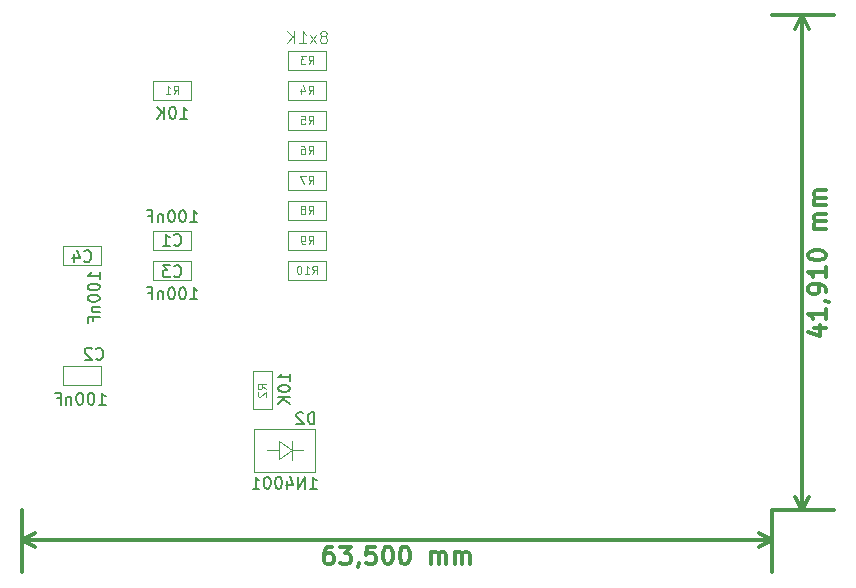
<source format=gbr>
G04 #@! TF.FileFunction,Other,Fab,Bot*
%FSLAX46Y46*%
G04 Gerber Fmt 4.6, Leading zero omitted, Abs format (unit mm)*
G04 Created by KiCad (PCBNEW 4.0.7) date 12/12/18 08:49:22*
%MOMM*%
%LPD*%
G01*
G04 APERTURE LIST*
%ADD10C,0.100000*%
%ADD11C,0.300000*%
%ADD12C,0.150000*%
%ADD13C,0.105000*%
G04 APERTURE END LIST*
D10*
X158956191Y-71635952D02*
X159051429Y-71588333D01*
X159099048Y-71540714D01*
X159146667Y-71445476D01*
X159146667Y-71397857D01*
X159099048Y-71302619D01*
X159051429Y-71255000D01*
X158956191Y-71207381D01*
X158765714Y-71207381D01*
X158670476Y-71255000D01*
X158622857Y-71302619D01*
X158575238Y-71397857D01*
X158575238Y-71445476D01*
X158622857Y-71540714D01*
X158670476Y-71588333D01*
X158765714Y-71635952D01*
X158956191Y-71635952D01*
X159051429Y-71683571D01*
X159099048Y-71731190D01*
X159146667Y-71826429D01*
X159146667Y-72016905D01*
X159099048Y-72112143D01*
X159051429Y-72159762D01*
X158956191Y-72207381D01*
X158765714Y-72207381D01*
X158670476Y-72159762D01*
X158622857Y-72112143D01*
X158575238Y-72016905D01*
X158575238Y-71826429D01*
X158622857Y-71731190D01*
X158670476Y-71683571D01*
X158765714Y-71635952D01*
X158241905Y-72207381D02*
X157718095Y-71540714D01*
X158241905Y-71540714D02*
X157718095Y-72207381D01*
X156813333Y-72207381D02*
X157384762Y-72207381D01*
X157099048Y-72207381D02*
X157099048Y-71207381D01*
X157194286Y-71350238D01*
X157289524Y-71445476D01*
X157384762Y-71493095D01*
X156384762Y-72207381D02*
X156384762Y-71207381D01*
X155813333Y-72207381D02*
X156241905Y-71635952D01*
X155813333Y-71207381D02*
X156384762Y-71778810D01*
D11*
X200418570Y-96304999D02*
X201418570Y-96304999D01*
X199847142Y-96662142D02*
X200918570Y-97019285D01*
X200918570Y-96090713D01*
X201418570Y-94733571D02*
X201418570Y-95590714D01*
X201418570Y-95162142D02*
X199918570Y-95162142D01*
X200132856Y-95304999D01*
X200275713Y-95447857D01*
X200347142Y-95590714D01*
X201347142Y-94019286D02*
X201418570Y-94019286D01*
X201561428Y-94090714D01*
X201632856Y-94162143D01*
X201418570Y-93305000D02*
X201418570Y-93019285D01*
X201347142Y-92876428D01*
X201275713Y-92805000D01*
X201061428Y-92662142D01*
X200775713Y-92590714D01*
X200204285Y-92590714D01*
X200061428Y-92662142D01*
X199989999Y-92733571D01*
X199918570Y-92876428D01*
X199918570Y-93162142D01*
X199989999Y-93305000D01*
X200061428Y-93376428D01*
X200204285Y-93447857D01*
X200561428Y-93447857D01*
X200704285Y-93376428D01*
X200775713Y-93305000D01*
X200847142Y-93162142D01*
X200847142Y-92876428D01*
X200775713Y-92733571D01*
X200704285Y-92662142D01*
X200561428Y-92590714D01*
X201418570Y-91162143D02*
X201418570Y-92019286D01*
X201418570Y-91590714D02*
X199918570Y-91590714D01*
X200132856Y-91733571D01*
X200275713Y-91876429D01*
X200347142Y-92019286D01*
X199918570Y-90233572D02*
X199918570Y-90090715D01*
X199989999Y-89947858D01*
X200061428Y-89876429D01*
X200204285Y-89805000D01*
X200489999Y-89733572D01*
X200847142Y-89733572D01*
X201132856Y-89805000D01*
X201275713Y-89876429D01*
X201347142Y-89947858D01*
X201418570Y-90090715D01*
X201418570Y-90233572D01*
X201347142Y-90376429D01*
X201275713Y-90447858D01*
X201132856Y-90519286D01*
X200847142Y-90590715D01*
X200489999Y-90590715D01*
X200204285Y-90519286D01*
X200061428Y-90447858D01*
X199989999Y-90376429D01*
X199918570Y-90233572D01*
X201418570Y-87947858D02*
X200418570Y-87947858D01*
X200561428Y-87947858D02*
X200489999Y-87876430D01*
X200418570Y-87733572D01*
X200418570Y-87519287D01*
X200489999Y-87376430D01*
X200632856Y-87305001D01*
X201418570Y-87305001D01*
X200632856Y-87305001D02*
X200489999Y-87233572D01*
X200418570Y-87090715D01*
X200418570Y-86876430D01*
X200489999Y-86733572D01*
X200632856Y-86662144D01*
X201418570Y-86662144D01*
X201418570Y-85947858D02*
X200418570Y-85947858D01*
X200561428Y-85947858D02*
X200489999Y-85876430D01*
X200418570Y-85733572D01*
X200418570Y-85519287D01*
X200489999Y-85376430D01*
X200632856Y-85305001D01*
X201418570Y-85305001D01*
X200632856Y-85305001D02*
X200489999Y-85233572D01*
X200418570Y-85090715D01*
X200418570Y-84876430D01*
X200489999Y-84733572D01*
X200632856Y-84662144D01*
X201418570Y-84662144D01*
X199389999Y-111760000D02*
X199389999Y-69850000D01*
X196850000Y-111760000D02*
X202089999Y-111760000D01*
X196850000Y-69850000D02*
X202089999Y-69850000D01*
X199389999Y-69850000D02*
X199976420Y-70976504D01*
X199389999Y-69850000D02*
X198803578Y-70976504D01*
X199389999Y-111760000D02*
X199976420Y-110633496D01*
X199389999Y-111760000D02*
X198803578Y-110633496D01*
X159600001Y-114828571D02*
X159314287Y-114828571D01*
X159171430Y-114900000D01*
X159100001Y-114971429D01*
X158957144Y-115185714D01*
X158885715Y-115471429D01*
X158885715Y-116042857D01*
X158957144Y-116185714D01*
X159028572Y-116257143D01*
X159171430Y-116328571D01*
X159457144Y-116328571D01*
X159600001Y-116257143D01*
X159671430Y-116185714D01*
X159742858Y-116042857D01*
X159742858Y-115685714D01*
X159671430Y-115542857D01*
X159600001Y-115471429D01*
X159457144Y-115400000D01*
X159171430Y-115400000D01*
X159028572Y-115471429D01*
X158957144Y-115542857D01*
X158885715Y-115685714D01*
X160242858Y-114828571D02*
X161171429Y-114828571D01*
X160671429Y-115400000D01*
X160885715Y-115400000D01*
X161028572Y-115471429D01*
X161100001Y-115542857D01*
X161171429Y-115685714D01*
X161171429Y-116042857D01*
X161100001Y-116185714D01*
X161028572Y-116257143D01*
X160885715Y-116328571D01*
X160457143Y-116328571D01*
X160314286Y-116257143D01*
X160242858Y-116185714D01*
X161885714Y-116257143D02*
X161885714Y-116328571D01*
X161814286Y-116471429D01*
X161742857Y-116542857D01*
X163242858Y-114828571D02*
X162528572Y-114828571D01*
X162457143Y-115542857D01*
X162528572Y-115471429D01*
X162671429Y-115400000D01*
X163028572Y-115400000D01*
X163171429Y-115471429D01*
X163242858Y-115542857D01*
X163314286Y-115685714D01*
X163314286Y-116042857D01*
X163242858Y-116185714D01*
X163171429Y-116257143D01*
X163028572Y-116328571D01*
X162671429Y-116328571D01*
X162528572Y-116257143D01*
X162457143Y-116185714D01*
X164242857Y-114828571D02*
X164385714Y-114828571D01*
X164528571Y-114900000D01*
X164600000Y-114971429D01*
X164671429Y-115114286D01*
X164742857Y-115400000D01*
X164742857Y-115757143D01*
X164671429Y-116042857D01*
X164600000Y-116185714D01*
X164528571Y-116257143D01*
X164385714Y-116328571D01*
X164242857Y-116328571D01*
X164100000Y-116257143D01*
X164028571Y-116185714D01*
X163957143Y-116042857D01*
X163885714Y-115757143D01*
X163885714Y-115400000D01*
X163957143Y-115114286D01*
X164028571Y-114971429D01*
X164100000Y-114900000D01*
X164242857Y-114828571D01*
X165671428Y-114828571D02*
X165814285Y-114828571D01*
X165957142Y-114900000D01*
X166028571Y-114971429D01*
X166100000Y-115114286D01*
X166171428Y-115400000D01*
X166171428Y-115757143D01*
X166100000Y-116042857D01*
X166028571Y-116185714D01*
X165957142Y-116257143D01*
X165814285Y-116328571D01*
X165671428Y-116328571D01*
X165528571Y-116257143D01*
X165457142Y-116185714D01*
X165385714Y-116042857D01*
X165314285Y-115757143D01*
X165314285Y-115400000D01*
X165385714Y-115114286D01*
X165457142Y-114971429D01*
X165528571Y-114900000D01*
X165671428Y-114828571D01*
X167957142Y-116328571D02*
X167957142Y-115328571D01*
X167957142Y-115471429D02*
X168028570Y-115400000D01*
X168171428Y-115328571D01*
X168385713Y-115328571D01*
X168528570Y-115400000D01*
X168599999Y-115542857D01*
X168599999Y-116328571D01*
X168599999Y-115542857D02*
X168671428Y-115400000D01*
X168814285Y-115328571D01*
X169028570Y-115328571D01*
X169171428Y-115400000D01*
X169242856Y-115542857D01*
X169242856Y-116328571D01*
X169957142Y-116328571D02*
X169957142Y-115328571D01*
X169957142Y-115471429D02*
X170028570Y-115400000D01*
X170171428Y-115328571D01*
X170385713Y-115328571D01*
X170528570Y-115400000D01*
X170599999Y-115542857D01*
X170599999Y-116328571D01*
X170599999Y-115542857D02*
X170671428Y-115400000D01*
X170814285Y-115328571D01*
X171028570Y-115328571D01*
X171171428Y-115400000D01*
X171242856Y-115542857D01*
X171242856Y-116328571D01*
X196850000Y-114300000D02*
X133350000Y-114300000D01*
X196850000Y-111760000D02*
X196850000Y-117000000D01*
X133350000Y-111760000D02*
X133350000Y-117000000D01*
X133350000Y-114300000D02*
X134476504Y-113713579D01*
X133350000Y-114300000D02*
X134476504Y-114886421D01*
X196850000Y-114300000D02*
X195723496Y-113713579D01*
X196850000Y-114300000D02*
X195723496Y-114886421D01*
D10*
X136830000Y-89370000D02*
X136830000Y-90970000D01*
X140030000Y-89370000D02*
X136830000Y-89370000D01*
X140030000Y-90970000D02*
X140030000Y-89370000D01*
X136830000Y-90970000D02*
X140030000Y-90970000D01*
X147650000Y-92240000D02*
X147650000Y-90640000D01*
X144450000Y-92240000D02*
X147650000Y-92240000D01*
X144450000Y-90640000D02*
X144450000Y-92240000D01*
X147650000Y-90640000D02*
X144450000Y-90640000D01*
X136830000Y-99530000D02*
X136830000Y-101130000D01*
X140030000Y-99530000D02*
X136830000Y-99530000D01*
X140030000Y-101130000D02*
X140030000Y-99530000D01*
X136830000Y-101130000D02*
X140030000Y-101130000D01*
X144450000Y-88100000D02*
X144450000Y-89700000D01*
X147650000Y-88100000D02*
X144450000Y-88100000D01*
X147650000Y-89700000D02*
X147650000Y-88100000D01*
X144450000Y-89700000D02*
X147650000Y-89700000D01*
X147650000Y-77000000D02*
X147650000Y-75400000D01*
X144450000Y-77000000D02*
X147650000Y-77000000D01*
X144450000Y-75400000D02*
X144450000Y-77000000D01*
X147650000Y-75400000D02*
X144450000Y-75400000D01*
X152870000Y-103200000D02*
X154470000Y-103200000D01*
X152870000Y-100000000D02*
X152870000Y-103200000D01*
X154470000Y-100000000D02*
X152870000Y-100000000D01*
X154470000Y-103200000D02*
X154470000Y-100000000D01*
X159080000Y-74460000D02*
X159080000Y-72860000D01*
X155880000Y-74460000D02*
X159080000Y-74460000D01*
X155880000Y-72860000D02*
X155880000Y-74460000D01*
X159080000Y-72860000D02*
X155880000Y-72860000D01*
X159080000Y-77000000D02*
X159080000Y-75400000D01*
X155880000Y-77000000D02*
X159080000Y-77000000D01*
X155880000Y-75400000D02*
X155880000Y-77000000D01*
X159080000Y-75400000D02*
X155880000Y-75400000D01*
X159080000Y-79540000D02*
X159080000Y-77940000D01*
X155880000Y-79540000D02*
X159080000Y-79540000D01*
X155880000Y-77940000D02*
X155880000Y-79540000D01*
X159080000Y-77940000D02*
X155880000Y-77940000D01*
X159080000Y-82080000D02*
X159080000Y-80480000D01*
X155880000Y-82080000D02*
X159080000Y-82080000D01*
X155880000Y-80480000D02*
X155880000Y-82080000D01*
X159080000Y-80480000D02*
X155880000Y-80480000D01*
X159080000Y-84620000D02*
X159080000Y-83020000D01*
X155880000Y-84620000D02*
X159080000Y-84620000D01*
X155880000Y-83020000D02*
X155880000Y-84620000D01*
X159080000Y-83020000D02*
X155880000Y-83020000D01*
X159080000Y-87160000D02*
X159080000Y-85560000D01*
X155880000Y-87160000D02*
X159080000Y-87160000D01*
X155880000Y-85560000D02*
X155880000Y-87160000D01*
X159080000Y-85560000D02*
X155880000Y-85560000D01*
X159080000Y-89700000D02*
X159080000Y-88100000D01*
X155880000Y-89700000D02*
X159080000Y-89700000D01*
X155880000Y-88100000D02*
X155880000Y-89700000D01*
X159080000Y-88100000D02*
X155880000Y-88100000D01*
X159080000Y-92240000D02*
X159080000Y-90640000D01*
X155880000Y-92240000D02*
X159080000Y-92240000D01*
X155880000Y-90640000D02*
X155880000Y-92240000D01*
X159080000Y-90640000D02*
X155880000Y-90640000D01*
X158175000Y-108480000D02*
X158175000Y-104880000D01*
X152975000Y-104880000D02*
X158175000Y-104880000D01*
X156224440Y-106681020D02*
X157126140Y-106681020D01*
X155073820Y-106681020D02*
X154075600Y-106681020D01*
X156224440Y-105880920D02*
X156224440Y-107481120D01*
X155073820Y-107430320D02*
X155073820Y-105880920D01*
X156224440Y-106681020D02*
X155073820Y-107430320D01*
X156224440Y-106681020D02*
X155073820Y-105880920D01*
X152975000Y-108480000D02*
X158175000Y-108480000D01*
X152975000Y-108480000D02*
X152975000Y-104880000D01*
D12*
X139898381Y-92178381D02*
X139898381Y-91606952D01*
X139898381Y-91892666D02*
X138898381Y-91892666D01*
X139041238Y-91797428D01*
X139136476Y-91702190D01*
X139184095Y-91606952D01*
X138898381Y-92797428D02*
X138898381Y-92892667D01*
X138946000Y-92987905D01*
X138993619Y-93035524D01*
X139088857Y-93083143D01*
X139279333Y-93130762D01*
X139517429Y-93130762D01*
X139707905Y-93083143D01*
X139803143Y-93035524D01*
X139850762Y-92987905D01*
X139898381Y-92892667D01*
X139898381Y-92797428D01*
X139850762Y-92702190D01*
X139803143Y-92654571D01*
X139707905Y-92606952D01*
X139517429Y-92559333D01*
X139279333Y-92559333D01*
X139088857Y-92606952D01*
X138993619Y-92654571D01*
X138946000Y-92702190D01*
X138898381Y-92797428D01*
X138898381Y-93749809D02*
X138898381Y-93845048D01*
X138946000Y-93940286D01*
X138993619Y-93987905D01*
X139088857Y-94035524D01*
X139279333Y-94083143D01*
X139517429Y-94083143D01*
X139707905Y-94035524D01*
X139803143Y-93987905D01*
X139850762Y-93940286D01*
X139898381Y-93845048D01*
X139898381Y-93749809D01*
X139850762Y-93654571D01*
X139803143Y-93606952D01*
X139707905Y-93559333D01*
X139517429Y-93511714D01*
X139279333Y-93511714D01*
X139088857Y-93559333D01*
X138993619Y-93606952D01*
X138946000Y-93654571D01*
X138898381Y-93749809D01*
X139231714Y-94511714D02*
X139898381Y-94511714D01*
X139326952Y-94511714D02*
X139279333Y-94559333D01*
X139231714Y-94654571D01*
X139231714Y-94797429D01*
X139279333Y-94892667D01*
X139374571Y-94940286D01*
X139898381Y-94940286D01*
X139374571Y-95749810D02*
X139374571Y-95416476D01*
X139898381Y-95416476D02*
X138898381Y-95416476D01*
X138898381Y-95892667D01*
X138596666Y-90654143D02*
X138644285Y-90701762D01*
X138787142Y-90749381D01*
X138882380Y-90749381D01*
X139025238Y-90701762D01*
X139120476Y-90606524D01*
X139168095Y-90511286D01*
X139215714Y-90320810D01*
X139215714Y-90177952D01*
X139168095Y-89987476D01*
X139120476Y-89892238D01*
X139025238Y-89797000D01*
X138882380Y-89749381D01*
X138787142Y-89749381D01*
X138644285Y-89797000D01*
X138596666Y-89844619D01*
X137739523Y-90082714D02*
X137739523Y-90749381D01*
X137977619Y-89701762D02*
X138215714Y-90416048D01*
X137596666Y-90416048D01*
X147597619Y-93892381D02*
X148169048Y-93892381D01*
X147883334Y-93892381D02*
X147883334Y-92892381D01*
X147978572Y-93035238D01*
X148073810Y-93130476D01*
X148169048Y-93178095D01*
X146978572Y-92892381D02*
X146883333Y-92892381D01*
X146788095Y-92940000D01*
X146740476Y-92987619D01*
X146692857Y-93082857D01*
X146645238Y-93273333D01*
X146645238Y-93511429D01*
X146692857Y-93701905D01*
X146740476Y-93797143D01*
X146788095Y-93844762D01*
X146883333Y-93892381D01*
X146978572Y-93892381D01*
X147073810Y-93844762D01*
X147121429Y-93797143D01*
X147169048Y-93701905D01*
X147216667Y-93511429D01*
X147216667Y-93273333D01*
X147169048Y-93082857D01*
X147121429Y-92987619D01*
X147073810Y-92940000D01*
X146978572Y-92892381D01*
X146026191Y-92892381D02*
X145930952Y-92892381D01*
X145835714Y-92940000D01*
X145788095Y-92987619D01*
X145740476Y-93082857D01*
X145692857Y-93273333D01*
X145692857Y-93511429D01*
X145740476Y-93701905D01*
X145788095Y-93797143D01*
X145835714Y-93844762D01*
X145930952Y-93892381D01*
X146026191Y-93892381D01*
X146121429Y-93844762D01*
X146169048Y-93797143D01*
X146216667Y-93701905D01*
X146264286Y-93511429D01*
X146264286Y-93273333D01*
X146216667Y-93082857D01*
X146169048Y-92987619D01*
X146121429Y-92940000D01*
X146026191Y-92892381D01*
X145264286Y-93225714D02*
X145264286Y-93892381D01*
X145264286Y-93320952D02*
X145216667Y-93273333D01*
X145121429Y-93225714D01*
X144978571Y-93225714D01*
X144883333Y-93273333D01*
X144835714Y-93368571D01*
X144835714Y-93892381D01*
X144026190Y-93368571D02*
X144359524Y-93368571D01*
X144359524Y-93892381D02*
X144359524Y-92892381D01*
X143883333Y-92892381D01*
X146216666Y-89257143D02*
X146264285Y-89304762D01*
X146407142Y-89352381D01*
X146502380Y-89352381D01*
X146645238Y-89304762D01*
X146740476Y-89209524D01*
X146788095Y-89114286D01*
X146835714Y-88923810D01*
X146835714Y-88780952D01*
X146788095Y-88590476D01*
X146740476Y-88495238D01*
X146645238Y-88400000D01*
X146502380Y-88352381D01*
X146407142Y-88352381D01*
X146264285Y-88400000D01*
X146216666Y-88447619D01*
X145264285Y-89352381D02*
X145835714Y-89352381D01*
X145550000Y-89352381D02*
X145550000Y-88352381D01*
X145645238Y-88495238D01*
X145740476Y-88590476D01*
X145835714Y-88638095D01*
X139850619Y-102814381D02*
X140422048Y-102814381D01*
X140136334Y-102814381D02*
X140136334Y-101814381D01*
X140231572Y-101957238D01*
X140326810Y-102052476D01*
X140422048Y-102100095D01*
X139231572Y-101814381D02*
X139136333Y-101814381D01*
X139041095Y-101862000D01*
X138993476Y-101909619D01*
X138945857Y-102004857D01*
X138898238Y-102195333D01*
X138898238Y-102433429D01*
X138945857Y-102623905D01*
X138993476Y-102719143D01*
X139041095Y-102766762D01*
X139136333Y-102814381D01*
X139231572Y-102814381D01*
X139326810Y-102766762D01*
X139374429Y-102719143D01*
X139422048Y-102623905D01*
X139469667Y-102433429D01*
X139469667Y-102195333D01*
X139422048Y-102004857D01*
X139374429Y-101909619D01*
X139326810Y-101862000D01*
X139231572Y-101814381D01*
X138279191Y-101814381D02*
X138183952Y-101814381D01*
X138088714Y-101862000D01*
X138041095Y-101909619D01*
X137993476Y-102004857D01*
X137945857Y-102195333D01*
X137945857Y-102433429D01*
X137993476Y-102623905D01*
X138041095Y-102719143D01*
X138088714Y-102766762D01*
X138183952Y-102814381D01*
X138279191Y-102814381D01*
X138374429Y-102766762D01*
X138422048Y-102719143D01*
X138469667Y-102623905D01*
X138517286Y-102433429D01*
X138517286Y-102195333D01*
X138469667Y-102004857D01*
X138422048Y-101909619D01*
X138374429Y-101862000D01*
X138279191Y-101814381D01*
X137517286Y-102147714D02*
X137517286Y-102814381D01*
X137517286Y-102242952D02*
X137469667Y-102195333D01*
X137374429Y-102147714D01*
X137231571Y-102147714D01*
X137136333Y-102195333D01*
X137088714Y-102290571D01*
X137088714Y-102814381D01*
X136279190Y-102290571D02*
X136612524Y-102290571D01*
X136612524Y-102814381D02*
X136612524Y-101814381D01*
X136136333Y-101814381D01*
X139612666Y-98909143D02*
X139660285Y-98956762D01*
X139803142Y-99004381D01*
X139898380Y-99004381D01*
X140041238Y-98956762D01*
X140136476Y-98861524D01*
X140184095Y-98766286D01*
X140231714Y-98575810D01*
X140231714Y-98432952D01*
X140184095Y-98242476D01*
X140136476Y-98147238D01*
X140041238Y-98052000D01*
X139898380Y-98004381D01*
X139803142Y-98004381D01*
X139660285Y-98052000D01*
X139612666Y-98099619D01*
X139231714Y-98099619D02*
X139184095Y-98052000D01*
X139088857Y-98004381D01*
X138850761Y-98004381D01*
X138755523Y-98052000D01*
X138707904Y-98099619D01*
X138660285Y-98194857D01*
X138660285Y-98290095D01*
X138707904Y-98432952D01*
X139279333Y-99004381D01*
X138660285Y-99004381D01*
X147597619Y-87352381D02*
X148169048Y-87352381D01*
X147883334Y-87352381D02*
X147883334Y-86352381D01*
X147978572Y-86495238D01*
X148073810Y-86590476D01*
X148169048Y-86638095D01*
X146978572Y-86352381D02*
X146883333Y-86352381D01*
X146788095Y-86400000D01*
X146740476Y-86447619D01*
X146692857Y-86542857D01*
X146645238Y-86733333D01*
X146645238Y-86971429D01*
X146692857Y-87161905D01*
X146740476Y-87257143D01*
X146788095Y-87304762D01*
X146883333Y-87352381D01*
X146978572Y-87352381D01*
X147073810Y-87304762D01*
X147121429Y-87257143D01*
X147169048Y-87161905D01*
X147216667Y-86971429D01*
X147216667Y-86733333D01*
X147169048Y-86542857D01*
X147121429Y-86447619D01*
X147073810Y-86400000D01*
X146978572Y-86352381D01*
X146026191Y-86352381D02*
X145930952Y-86352381D01*
X145835714Y-86400000D01*
X145788095Y-86447619D01*
X145740476Y-86542857D01*
X145692857Y-86733333D01*
X145692857Y-86971429D01*
X145740476Y-87161905D01*
X145788095Y-87257143D01*
X145835714Y-87304762D01*
X145930952Y-87352381D01*
X146026191Y-87352381D01*
X146121429Y-87304762D01*
X146169048Y-87257143D01*
X146216667Y-87161905D01*
X146264286Y-86971429D01*
X146264286Y-86733333D01*
X146216667Y-86542857D01*
X146169048Y-86447619D01*
X146121429Y-86400000D01*
X146026191Y-86352381D01*
X145264286Y-86685714D02*
X145264286Y-87352381D01*
X145264286Y-86780952D02*
X145216667Y-86733333D01*
X145121429Y-86685714D01*
X144978571Y-86685714D01*
X144883333Y-86733333D01*
X144835714Y-86828571D01*
X144835714Y-87352381D01*
X144026190Y-86828571D02*
X144359524Y-86828571D01*
X144359524Y-87352381D02*
X144359524Y-86352381D01*
X143883333Y-86352381D01*
X146216666Y-91924143D02*
X146264285Y-91971762D01*
X146407142Y-92019381D01*
X146502380Y-92019381D01*
X146645238Y-91971762D01*
X146740476Y-91876524D01*
X146788095Y-91781286D01*
X146835714Y-91590810D01*
X146835714Y-91447952D01*
X146788095Y-91257476D01*
X146740476Y-91162238D01*
X146645238Y-91067000D01*
X146502380Y-91019381D01*
X146407142Y-91019381D01*
X146264285Y-91067000D01*
X146216666Y-91114619D01*
X145883333Y-91019381D02*
X145264285Y-91019381D01*
X145597619Y-91400333D01*
X145454761Y-91400333D01*
X145359523Y-91447952D01*
X145311904Y-91495571D01*
X145264285Y-91590810D01*
X145264285Y-91828905D01*
X145311904Y-91924143D01*
X145359523Y-91971762D01*
X145454761Y-92019381D01*
X145740476Y-92019381D01*
X145835714Y-91971762D01*
X145883333Y-91924143D01*
X146740476Y-78602381D02*
X147311905Y-78602381D01*
X147026191Y-78602381D02*
X147026191Y-77602381D01*
X147121429Y-77745238D01*
X147216667Y-77840476D01*
X147311905Y-77888095D01*
X146121429Y-77602381D02*
X146026190Y-77602381D01*
X145930952Y-77650000D01*
X145883333Y-77697619D01*
X145835714Y-77792857D01*
X145788095Y-77983333D01*
X145788095Y-78221429D01*
X145835714Y-78411905D01*
X145883333Y-78507143D01*
X145930952Y-78554762D01*
X146026190Y-78602381D01*
X146121429Y-78602381D01*
X146216667Y-78554762D01*
X146264286Y-78507143D01*
X146311905Y-78411905D01*
X146359524Y-78221429D01*
X146359524Y-77983333D01*
X146311905Y-77792857D01*
X146264286Y-77697619D01*
X146216667Y-77650000D01*
X146121429Y-77602381D01*
X145359524Y-78602381D02*
X145359524Y-77602381D01*
X144788095Y-78602381D02*
X145216667Y-78030952D01*
X144788095Y-77602381D02*
X145359524Y-78173810D01*
D13*
X146166666Y-76516667D02*
X146400000Y-76183333D01*
X146566666Y-76516667D02*
X146566666Y-75816667D01*
X146300000Y-75816667D01*
X146233333Y-75850000D01*
X146200000Y-75883333D01*
X146166666Y-75950000D01*
X146166666Y-76050000D01*
X146200000Y-76116667D01*
X146233333Y-76150000D01*
X146300000Y-76183333D01*
X146566666Y-76183333D01*
X145500000Y-76516667D02*
X145900000Y-76516667D01*
X145700000Y-76516667D02*
X145700000Y-75816667D01*
X145766666Y-75916667D01*
X145833333Y-75983333D01*
X145900000Y-76016667D01*
D12*
X156027381Y-100782524D02*
X156027381Y-100211095D01*
X156027381Y-100496809D02*
X155027381Y-100496809D01*
X155170238Y-100401571D01*
X155265476Y-100306333D01*
X155313095Y-100211095D01*
X155027381Y-101401571D02*
X155027381Y-101496810D01*
X155075000Y-101592048D01*
X155122619Y-101639667D01*
X155217857Y-101687286D01*
X155408333Y-101734905D01*
X155646429Y-101734905D01*
X155836905Y-101687286D01*
X155932143Y-101639667D01*
X155979762Y-101592048D01*
X156027381Y-101496810D01*
X156027381Y-101401571D01*
X155979762Y-101306333D01*
X155932143Y-101258714D01*
X155836905Y-101211095D01*
X155646429Y-101163476D01*
X155408333Y-101163476D01*
X155217857Y-101211095D01*
X155122619Y-101258714D01*
X155075000Y-101306333D01*
X155027381Y-101401571D01*
X156027381Y-102163476D02*
X155027381Y-102163476D01*
X156027381Y-102734905D02*
X155455952Y-102306333D01*
X155027381Y-102734905D02*
X155598810Y-102163476D01*
D13*
X153986667Y-101483334D02*
X153653333Y-101250000D01*
X153986667Y-101083334D02*
X153286667Y-101083334D01*
X153286667Y-101350000D01*
X153320000Y-101416667D01*
X153353333Y-101450000D01*
X153420000Y-101483334D01*
X153520000Y-101483334D01*
X153586667Y-101450000D01*
X153620000Y-101416667D01*
X153653333Y-101350000D01*
X153653333Y-101083334D01*
X153353333Y-101750000D02*
X153320000Y-101783334D01*
X153286667Y-101850000D01*
X153286667Y-102016667D01*
X153320000Y-102083334D01*
X153353333Y-102116667D01*
X153420000Y-102150000D01*
X153486667Y-102150000D01*
X153586667Y-102116667D01*
X153986667Y-101716667D01*
X153986667Y-102150000D01*
X157596666Y-73976667D02*
X157830000Y-73643333D01*
X157996666Y-73976667D02*
X157996666Y-73276667D01*
X157730000Y-73276667D01*
X157663333Y-73310000D01*
X157630000Y-73343333D01*
X157596666Y-73410000D01*
X157596666Y-73510000D01*
X157630000Y-73576667D01*
X157663333Y-73610000D01*
X157730000Y-73643333D01*
X157996666Y-73643333D01*
X157363333Y-73276667D02*
X156930000Y-73276667D01*
X157163333Y-73543333D01*
X157063333Y-73543333D01*
X156996666Y-73576667D01*
X156963333Y-73610000D01*
X156930000Y-73676667D01*
X156930000Y-73843333D01*
X156963333Y-73910000D01*
X156996666Y-73943333D01*
X157063333Y-73976667D01*
X157263333Y-73976667D01*
X157330000Y-73943333D01*
X157363333Y-73910000D01*
X157596666Y-76516667D02*
X157830000Y-76183333D01*
X157996666Y-76516667D02*
X157996666Y-75816667D01*
X157730000Y-75816667D01*
X157663333Y-75850000D01*
X157630000Y-75883333D01*
X157596666Y-75950000D01*
X157596666Y-76050000D01*
X157630000Y-76116667D01*
X157663333Y-76150000D01*
X157730000Y-76183333D01*
X157996666Y-76183333D01*
X156996666Y-76050000D02*
X156996666Y-76516667D01*
X157163333Y-75783333D02*
X157330000Y-76283333D01*
X156896666Y-76283333D01*
X157596666Y-79056667D02*
X157830000Y-78723333D01*
X157996666Y-79056667D02*
X157996666Y-78356667D01*
X157730000Y-78356667D01*
X157663333Y-78390000D01*
X157630000Y-78423333D01*
X157596666Y-78490000D01*
X157596666Y-78590000D01*
X157630000Y-78656667D01*
X157663333Y-78690000D01*
X157730000Y-78723333D01*
X157996666Y-78723333D01*
X156963333Y-78356667D02*
X157296666Y-78356667D01*
X157330000Y-78690000D01*
X157296666Y-78656667D01*
X157230000Y-78623333D01*
X157063333Y-78623333D01*
X156996666Y-78656667D01*
X156963333Y-78690000D01*
X156930000Y-78756667D01*
X156930000Y-78923333D01*
X156963333Y-78990000D01*
X156996666Y-79023333D01*
X157063333Y-79056667D01*
X157230000Y-79056667D01*
X157296666Y-79023333D01*
X157330000Y-78990000D01*
X157596666Y-81596667D02*
X157830000Y-81263333D01*
X157996666Y-81596667D02*
X157996666Y-80896667D01*
X157730000Y-80896667D01*
X157663333Y-80930000D01*
X157630000Y-80963333D01*
X157596666Y-81030000D01*
X157596666Y-81130000D01*
X157630000Y-81196667D01*
X157663333Y-81230000D01*
X157730000Y-81263333D01*
X157996666Y-81263333D01*
X156996666Y-80896667D02*
X157130000Y-80896667D01*
X157196666Y-80930000D01*
X157230000Y-80963333D01*
X157296666Y-81063333D01*
X157330000Y-81196667D01*
X157330000Y-81463333D01*
X157296666Y-81530000D01*
X157263333Y-81563333D01*
X157196666Y-81596667D01*
X157063333Y-81596667D01*
X156996666Y-81563333D01*
X156963333Y-81530000D01*
X156930000Y-81463333D01*
X156930000Y-81296667D01*
X156963333Y-81230000D01*
X156996666Y-81196667D01*
X157063333Y-81163333D01*
X157196666Y-81163333D01*
X157263333Y-81196667D01*
X157296666Y-81230000D01*
X157330000Y-81296667D01*
X157596666Y-84136667D02*
X157830000Y-83803333D01*
X157996666Y-84136667D02*
X157996666Y-83436667D01*
X157730000Y-83436667D01*
X157663333Y-83470000D01*
X157630000Y-83503333D01*
X157596666Y-83570000D01*
X157596666Y-83670000D01*
X157630000Y-83736667D01*
X157663333Y-83770000D01*
X157730000Y-83803333D01*
X157996666Y-83803333D01*
X157363333Y-83436667D02*
X156896666Y-83436667D01*
X157196666Y-84136667D01*
X157596666Y-86676667D02*
X157830000Y-86343333D01*
X157996666Y-86676667D02*
X157996666Y-85976667D01*
X157730000Y-85976667D01*
X157663333Y-86010000D01*
X157630000Y-86043333D01*
X157596666Y-86110000D01*
X157596666Y-86210000D01*
X157630000Y-86276667D01*
X157663333Y-86310000D01*
X157730000Y-86343333D01*
X157996666Y-86343333D01*
X157196666Y-86276667D02*
X157263333Y-86243333D01*
X157296666Y-86210000D01*
X157330000Y-86143333D01*
X157330000Y-86110000D01*
X157296666Y-86043333D01*
X157263333Y-86010000D01*
X157196666Y-85976667D01*
X157063333Y-85976667D01*
X156996666Y-86010000D01*
X156963333Y-86043333D01*
X156930000Y-86110000D01*
X156930000Y-86143333D01*
X156963333Y-86210000D01*
X156996666Y-86243333D01*
X157063333Y-86276667D01*
X157196666Y-86276667D01*
X157263333Y-86310000D01*
X157296666Y-86343333D01*
X157330000Y-86410000D01*
X157330000Y-86543333D01*
X157296666Y-86610000D01*
X157263333Y-86643333D01*
X157196666Y-86676667D01*
X157063333Y-86676667D01*
X156996666Y-86643333D01*
X156963333Y-86610000D01*
X156930000Y-86543333D01*
X156930000Y-86410000D01*
X156963333Y-86343333D01*
X156996666Y-86310000D01*
X157063333Y-86276667D01*
X157596666Y-89216667D02*
X157830000Y-88883333D01*
X157996666Y-89216667D02*
X157996666Y-88516667D01*
X157730000Y-88516667D01*
X157663333Y-88550000D01*
X157630000Y-88583333D01*
X157596666Y-88650000D01*
X157596666Y-88750000D01*
X157630000Y-88816667D01*
X157663333Y-88850000D01*
X157730000Y-88883333D01*
X157996666Y-88883333D01*
X157263333Y-89216667D02*
X157130000Y-89216667D01*
X157063333Y-89183333D01*
X157030000Y-89150000D01*
X156963333Y-89050000D01*
X156930000Y-88916667D01*
X156930000Y-88650000D01*
X156963333Y-88583333D01*
X156996666Y-88550000D01*
X157063333Y-88516667D01*
X157196666Y-88516667D01*
X157263333Y-88550000D01*
X157296666Y-88583333D01*
X157330000Y-88650000D01*
X157330000Y-88816667D01*
X157296666Y-88883333D01*
X157263333Y-88916667D01*
X157196666Y-88950000D01*
X157063333Y-88950000D01*
X156996666Y-88916667D01*
X156963333Y-88883333D01*
X156930000Y-88816667D01*
X157930000Y-91756667D02*
X158163334Y-91423333D01*
X158330000Y-91756667D02*
X158330000Y-91056667D01*
X158063334Y-91056667D01*
X157996667Y-91090000D01*
X157963334Y-91123333D01*
X157930000Y-91190000D01*
X157930000Y-91290000D01*
X157963334Y-91356667D01*
X157996667Y-91390000D01*
X158063334Y-91423333D01*
X158330000Y-91423333D01*
X157263334Y-91756667D02*
X157663334Y-91756667D01*
X157463334Y-91756667D02*
X157463334Y-91056667D01*
X157530000Y-91156667D01*
X157596667Y-91223333D01*
X157663334Y-91256667D01*
X156830000Y-91056667D02*
X156763333Y-91056667D01*
X156696667Y-91090000D01*
X156663333Y-91123333D01*
X156630000Y-91190000D01*
X156596667Y-91323333D01*
X156596667Y-91490000D01*
X156630000Y-91623333D01*
X156663333Y-91690000D01*
X156696667Y-91723333D01*
X156763333Y-91756667D01*
X156830000Y-91756667D01*
X156896667Y-91723333D01*
X156930000Y-91690000D01*
X156963333Y-91623333D01*
X156996667Y-91490000D01*
X156996667Y-91323333D01*
X156963333Y-91190000D01*
X156930000Y-91123333D01*
X156896667Y-91090000D01*
X156830000Y-91056667D01*
D12*
X157717857Y-109932381D02*
X158289286Y-109932381D01*
X158003572Y-109932381D02*
X158003572Y-108932381D01*
X158098810Y-109075238D01*
X158194048Y-109170476D01*
X158289286Y-109218095D01*
X157289286Y-109932381D02*
X157289286Y-108932381D01*
X156717857Y-109932381D01*
X156717857Y-108932381D01*
X155813095Y-109265714D02*
X155813095Y-109932381D01*
X156051191Y-108884762D02*
X156289286Y-109599048D01*
X155670238Y-109599048D01*
X155098810Y-108932381D02*
X155003571Y-108932381D01*
X154908333Y-108980000D01*
X154860714Y-109027619D01*
X154813095Y-109122857D01*
X154765476Y-109313333D01*
X154765476Y-109551429D01*
X154813095Y-109741905D01*
X154860714Y-109837143D01*
X154908333Y-109884762D01*
X155003571Y-109932381D01*
X155098810Y-109932381D01*
X155194048Y-109884762D01*
X155241667Y-109837143D01*
X155289286Y-109741905D01*
X155336905Y-109551429D01*
X155336905Y-109313333D01*
X155289286Y-109122857D01*
X155241667Y-109027619D01*
X155194048Y-108980000D01*
X155098810Y-108932381D01*
X154146429Y-108932381D02*
X154051190Y-108932381D01*
X153955952Y-108980000D01*
X153908333Y-109027619D01*
X153860714Y-109122857D01*
X153813095Y-109313333D01*
X153813095Y-109551429D01*
X153860714Y-109741905D01*
X153908333Y-109837143D01*
X153955952Y-109884762D01*
X154051190Y-109932381D01*
X154146429Y-109932381D01*
X154241667Y-109884762D01*
X154289286Y-109837143D01*
X154336905Y-109741905D01*
X154384524Y-109551429D01*
X154384524Y-109313333D01*
X154336905Y-109122857D01*
X154289286Y-109027619D01*
X154241667Y-108980000D01*
X154146429Y-108932381D01*
X152860714Y-109932381D02*
X153432143Y-109932381D01*
X153146429Y-109932381D02*
X153146429Y-108932381D01*
X153241667Y-109075238D01*
X153336905Y-109170476D01*
X153432143Y-109218095D01*
X158091095Y-104465381D02*
X158091095Y-103465381D01*
X157853000Y-103465381D01*
X157710142Y-103513000D01*
X157614904Y-103608238D01*
X157567285Y-103703476D01*
X157519666Y-103893952D01*
X157519666Y-104036810D01*
X157567285Y-104227286D01*
X157614904Y-104322524D01*
X157710142Y-104417762D01*
X157853000Y-104465381D01*
X158091095Y-104465381D01*
X157138714Y-103560619D02*
X157091095Y-103513000D01*
X156995857Y-103465381D01*
X156757761Y-103465381D01*
X156662523Y-103513000D01*
X156614904Y-103560619D01*
X156567285Y-103655857D01*
X156567285Y-103751095D01*
X156614904Y-103893952D01*
X157186333Y-104465381D01*
X156567285Y-104465381D01*
M02*

</source>
